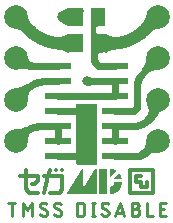
<source format=gbr>
G04 EAGLE Gerber RS-274X export*
G75*
%MOMM*%
%FSLAX34Y34*%
%LPD*%
%INTop Copper*%
%IPPOS*%
%AMOC8*
5,1,8,0,0,1.08239X$1,22.5*%
G01*
%ADD10C,0.279400*%
%ADD11R,1.300000X1.500000*%
%ADD12C,2.000000*%
%ADD13R,2.286000X0.609600*%
%ADD14C,0.609600*%
%ADD15C,0.304800*%
%ADD16C,0.800000*%
%ADD17C,0.800000*%
%ADD18C,1.016000*%
%ADD19C,0.406400*%

G36*
X82526Y49730D02*
X82526Y49730D01*
X82552Y49728D01*
X82699Y49750D01*
X82846Y49767D01*
X82871Y49775D01*
X82897Y49779D01*
X83035Y49834D01*
X83174Y49884D01*
X83196Y49898D01*
X83221Y49908D01*
X83342Y49993D01*
X83467Y50073D01*
X83485Y50092D01*
X83507Y50107D01*
X83606Y50217D01*
X83709Y50324D01*
X83723Y50346D01*
X83740Y50366D01*
X83812Y50496D01*
X83888Y50623D01*
X83896Y50648D01*
X83909Y50671D01*
X83949Y50814D01*
X83994Y50955D01*
X83996Y50981D01*
X84004Y51006D01*
X84023Y51250D01*
X84023Y100080D01*
X84020Y100106D01*
X84022Y100132D01*
X84000Y100279D01*
X83983Y100426D01*
X83975Y100451D01*
X83971Y100477D01*
X83916Y100615D01*
X83866Y100754D01*
X83852Y100776D01*
X83842Y100801D01*
X83757Y100922D01*
X83677Y101047D01*
X83658Y101065D01*
X83643Y101087D01*
X83533Y101186D01*
X83426Y101289D01*
X83404Y101303D01*
X83384Y101320D01*
X83254Y101392D01*
X83127Y101468D01*
X83102Y101476D01*
X83079Y101489D01*
X82936Y101529D01*
X82795Y101574D01*
X82769Y101576D01*
X82744Y101584D01*
X82500Y101603D01*
X67500Y101603D01*
X67474Y101600D01*
X67448Y101602D01*
X67301Y101580D01*
X67154Y101563D01*
X67129Y101555D01*
X67103Y101551D01*
X66965Y101496D01*
X66826Y101446D01*
X66804Y101432D01*
X66779Y101422D01*
X66658Y101337D01*
X66533Y101257D01*
X66515Y101238D01*
X66493Y101223D01*
X66394Y101113D01*
X66291Y101006D01*
X66277Y100984D01*
X66260Y100964D01*
X66188Y100834D01*
X66112Y100707D01*
X66104Y100682D01*
X66091Y100659D01*
X66051Y100516D01*
X66006Y100375D01*
X66004Y100349D01*
X65996Y100324D01*
X65977Y100080D01*
X65977Y51250D01*
X65980Y51224D01*
X65978Y51198D01*
X66000Y51051D01*
X66017Y50904D01*
X66025Y50879D01*
X66029Y50853D01*
X66084Y50715D01*
X66134Y50576D01*
X66148Y50554D01*
X66158Y50529D01*
X66243Y50408D01*
X66323Y50283D01*
X66342Y50265D01*
X66357Y50243D01*
X66467Y50144D01*
X66574Y50041D01*
X66596Y50027D01*
X66616Y50010D01*
X66746Y49938D01*
X66873Y49862D01*
X66898Y49854D01*
X66921Y49841D01*
X67064Y49801D01*
X67205Y49756D01*
X67231Y49754D01*
X67256Y49746D01*
X67500Y49727D01*
X82500Y49727D01*
X82526Y49730D01*
G37*
G36*
X82560Y24842D02*
X82560Y24842D01*
X82580Y24840D01*
X82681Y24862D01*
X82783Y24879D01*
X82800Y24888D01*
X82820Y24892D01*
X82909Y24946D01*
X83000Y24994D01*
X83014Y25008D01*
X83031Y25019D01*
X83098Y25097D01*
X83170Y25172D01*
X83178Y25190D01*
X83191Y25205D01*
X83230Y25302D01*
X83273Y25395D01*
X83275Y25415D01*
X83283Y25434D01*
X83301Y25600D01*
X83301Y45600D01*
X83295Y45641D01*
X83297Y45683D01*
X83275Y45762D01*
X83262Y45843D01*
X83242Y45880D01*
X83231Y45920D01*
X83185Y45988D01*
X83147Y46060D01*
X83116Y46089D01*
X83093Y46124D01*
X83028Y46173D01*
X82968Y46230D01*
X82930Y46247D01*
X82897Y46273D01*
X82820Y46299D01*
X82745Y46333D01*
X82704Y46338D01*
X82664Y46351D01*
X82582Y46352D01*
X82501Y46361D01*
X82460Y46352D01*
X82419Y46352D01*
X82341Y46326D01*
X82260Y46308D01*
X82225Y46287D01*
X82185Y46274D01*
X82120Y46224D01*
X82049Y46182D01*
X82022Y46151D01*
X81989Y46125D01*
X81894Y46001D01*
X81889Y45995D01*
X81889Y45994D01*
X81887Y45992D01*
X72051Y29599D01*
X72051Y45600D01*
X72045Y45641D01*
X72047Y45683D01*
X72025Y45762D01*
X72012Y45843D01*
X71992Y45880D01*
X71981Y45920D01*
X71935Y45988D01*
X71897Y46060D01*
X71866Y46089D01*
X71843Y46124D01*
X71778Y46173D01*
X71718Y46230D01*
X71680Y46247D01*
X71647Y46273D01*
X71570Y46299D01*
X71495Y46333D01*
X71454Y46338D01*
X71414Y46351D01*
X71332Y46352D01*
X71251Y46361D01*
X71210Y46352D01*
X71169Y46352D01*
X71091Y46326D01*
X71010Y46308D01*
X70975Y46287D01*
X70935Y46274D01*
X70870Y46224D01*
X70799Y46182D01*
X70772Y46151D01*
X70739Y46125D01*
X70644Y46001D01*
X70639Y45995D01*
X70639Y45994D01*
X70637Y45992D01*
X58637Y25992D01*
X58600Y25897D01*
X58557Y25805D01*
X58555Y25784D01*
X58547Y25763D01*
X58541Y25662D01*
X58530Y25561D01*
X58535Y25540D01*
X58533Y25518D01*
X58561Y25420D01*
X58582Y25321D01*
X58593Y25302D01*
X58599Y25281D01*
X58656Y25197D01*
X58708Y25109D01*
X58725Y25095D01*
X58737Y25077D01*
X58818Y25016D01*
X58895Y24950D01*
X58916Y24941D01*
X58933Y24928D01*
X59029Y24896D01*
X59123Y24858D01*
X59150Y24855D01*
X59166Y24849D01*
X59198Y24849D01*
X59290Y24839D01*
X82540Y24839D01*
X82560Y24842D01*
G37*
G36*
X91310Y24842D02*
X91310Y24842D01*
X91330Y24840D01*
X91431Y24862D01*
X91533Y24879D01*
X91550Y24888D01*
X91570Y24892D01*
X91659Y24946D01*
X91750Y24994D01*
X91764Y25008D01*
X91781Y25019D01*
X91848Y25097D01*
X91920Y25172D01*
X91928Y25190D01*
X91941Y25205D01*
X91980Y25302D01*
X92023Y25395D01*
X92025Y25415D01*
X92033Y25434D01*
X92051Y25600D01*
X92051Y45600D01*
X92048Y45620D01*
X92050Y45640D01*
X92028Y45741D01*
X92012Y45843D01*
X92002Y45861D01*
X91998Y45880D01*
X91945Y45969D01*
X91897Y46060D01*
X91882Y46074D01*
X91872Y46091D01*
X91793Y46159D01*
X91718Y46230D01*
X91700Y46238D01*
X91685Y46251D01*
X91589Y46290D01*
X91495Y46333D01*
X91475Y46336D01*
X91457Y46343D01*
X91290Y46362D01*
X86290Y46362D01*
X86270Y46358D01*
X86251Y46361D01*
X86149Y46339D01*
X86047Y46322D01*
X86030Y46313D01*
X86010Y46308D01*
X85921Y46255D01*
X85830Y46207D01*
X85816Y46192D01*
X85799Y46182D01*
X85732Y46103D01*
X85661Y46028D01*
X85652Y46010D01*
X85639Y45995D01*
X85601Y45899D01*
X85557Y45805D01*
X85555Y45786D01*
X85547Y45767D01*
X85529Y45600D01*
X85529Y25600D01*
X85532Y25581D01*
X85530Y25561D01*
X85552Y25460D01*
X85569Y25358D01*
X85578Y25340D01*
X85582Y25321D01*
X85635Y25232D01*
X85684Y25140D01*
X85698Y25127D01*
X85708Y25109D01*
X85787Y25042D01*
X85862Y24971D01*
X85880Y24962D01*
X85895Y24950D01*
X85992Y24911D01*
X86085Y24867D01*
X86105Y24865D01*
X86123Y24858D01*
X86290Y24839D01*
X91290Y24839D01*
X91310Y24842D01*
G37*
G36*
X95093Y24843D02*
X95093Y24843D01*
X95115Y24843D01*
X96822Y25011D01*
X96845Y25017D01*
X96968Y25040D01*
X98610Y25538D01*
X98631Y25549D01*
X98747Y25595D01*
X100260Y26404D01*
X100279Y26418D01*
X100384Y26487D01*
X101710Y27575D01*
X101726Y27593D01*
X101816Y27680D01*
X102904Y29006D01*
X102916Y29027D01*
X102987Y29130D01*
X103795Y30643D01*
X103803Y30666D01*
X103853Y30781D01*
X104351Y32422D01*
X104354Y32446D01*
X104380Y32569D01*
X104548Y34276D01*
X104544Y34333D01*
X104550Y34390D01*
X104536Y34455D01*
X104532Y34521D01*
X104510Y34574D01*
X104498Y34630D01*
X104464Y34687D01*
X104439Y34749D01*
X104401Y34792D01*
X104372Y34841D01*
X104321Y34885D01*
X104278Y34935D01*
X104229Y34964D01*
X104185Y35001D01*
X104123Y35026D01*
X104066Y35060D01*
X104010Y35072D01*
X103957Y35093D01*
X103856Y35104D01*
X103825Y35111D01*
X103812Y35109D01*
X103790Y35112D01*
X98790Y35112D01*
X98691Y35095D01*
X98591Y35085D01*
X98570Y35076D01*
X98547Y35072D01*
X98459Y35025D01*
X98367Y34983D01*
X98350Y34968D01*
X98330Y34957D01*
X98261Y34884D01*
X98188Y34816D01*
X98177Y34795D01*
X98161Y34778D01*
X98118Y34687D01*
X98071Y34599D01*
X98064Y34571D01*
X98057Y34555D01*
X98053Y34523D01*
X98034Y34436D01*
X97949Y33686D01*
X97729Y33056D01*
X97373Y32490D01*
X96901Y32017D01*
X96335Y31662D01*
X95704Y31441D01*
X94955Y31357D01*
X94858Y31330D01*
X94760Y31308D01*
X94740Y31296D01*
X94718Y31290D01*
X94635Y31234D01*
X94549Y31182D01*
X94534Y31165D01*
X94515Y31151D01*
X94454Y31071D01*
X94389Y30995D01*
X94381Y30974D01*
X94367Y30955D01*
X94335Y30860D01*
X94297Y30767D01*
X94294Y30738D01*
X94289Y30722D01*
X94289Y30689D01*
X94279Y30600D01*
X94279Y25600D01*
X94288Y25544D01*
X94287Y25487D01*
X94308Y25423D01*
X94319Y25358D01*
X94345Y25307D01*
X94363Y25253D01*
X94403Y25199D01*
X94434Y25140D01*
X94475Y25101D01*
X94509Y25055D01*
X94564Y25017D01*
X94612Y24971D01*
X94664Y24947D01*
X94711Y24914D01*
X94775Y24895D01*
X94835Y24867D01*
X94892Y24861D01*
X94947Y24845D01*
X95049Y24844D01*
X95080Y24840D01*
X95093Y24843D01*
G37*
G36*
X95156Y39869D02*
X95156Y39869D01*
X95233Y39876D01*
X95275Y39895D01*
X95320Y39905D01*
X95387Y39945D01*
X95458Y39976D01*
X95505Y40015D01*
X95531Y40031D01*
X95549Y40051D01*
X95587Y40083D01*
X99340Y43961D01*
X99347Y43972D01*
X99357Y43980D01*
X99417Y44073D01*
X99480Y44163D01*
X99483Y44176D01*
X99491Y44187D01*
X99518Y44294D01*
X99548Y44399D01*
X99548Y44413D01*
X99551Y44425D01*
X99543Y44535D01*
X99538Y44645D01*
X99533Y44657D01*
X99532Y44671D01*
X99489Y44772D01*
X99450Y44875D01*
X99441Y44885D01*
X99436Y44897D01*
X99363Y44979D01*
X99293Y45064D01*
X99282Y45071D01*
X99273Y45081D01*
X99132Y45172D01*
X97952Y45759D01*
X97922Y45769D01*
X97829Y45808D01*
X96565Y46182D01*
X96534Y46186D01*
X96435Y46208D01*
X95126Y46357D01*
X95063Y46354D01*
X95001Y46361D01*
X94941Y46348D01*
X94880Y46345D01*
X94822Y46322D01*
X94760Y46308D01*
X94708Y46277D01*
X94651Y46255D01*
X94603Y46214D01*
X94549Y46182D01*
X94510Y46136D01*
X94463Y46097D01*
X94430Y46043D01*
X94389Y45995D01*
X94367Y45939D01*
X94335Y45887D01*
X94321Y45826D01*
X94297Y45767D01*
X94288Y45679D01*
X94280Y45647D01*
X94282Y45629D01*
X94279Y45600D01*
X94279Y40613D01*
X94291Y40536D01*
X94295Y40458D01*
X94311Y40415D01*
X94319Y40370D01*
X94355Y40301D01*
X94383Y40228D01*
X94412Y40193D01*
X94434Y40152D01*
X94490Y40099D01*
X94540Y40039D01*
X94579Y40015D01*
X94612Y39983D01*
X94683Y39950D01*
X94749Y39909D01*
X94794Y39899D01*
X94835Y39879D01*
X94913Y39871D01*
X94988Y39853D01*
X95034Y39857D01*
X95080Y39852D01*
X95156Y39869D01*
G37*
G36*
X103775Y37570D02*
X103775Y37570D01*
X103877Y37581D01*
X103896Y37589D01*
X103915Y37593D01*
X104007Y37641D01*
X104101Y37685D01*
X104115Y37698D01*
X104133Y37708D01*
X104204Y37783D01*
X104279Y37854D01*
X104288Y37872D01*
X104302Y37886D01*
X104346Y37980D01*
X104394Y38071D01*
X104397Y38091D01*
X104406Y38109D01*
X104417Y38212D01*
X104434Y38314D01*
X104431Y38338D01*
X104433Y38354D01*
X104426Y38385D01*
X104415Y38481D01*
X104154Y39647D01*
X104142Y39676D01*
X104113Y39773D01*
X103653Y40876D01*
X103637Y40902D01*
X103592Y40993D01*
X102947Y41999D01*
X102890Y42063D01*
X102839Y42133D01*
X102808Y42154D01*
X102783Y42182D01*
X102708Y42225D01*
X102638Y42274D01*
X102601Y42285D01*
X102568Y42303D01*
X102484Y42319D01*
X102402Y42344D01*
X102364Y42343D01*
X102327Y42350D01*
X102242Y42338D01*
X102156Y42335D01*
X102120Y42322D01*
X102083Y42317D01*
X102006Y42279D01*
X101926Y42248D01*
X101886Y42219D01*
X101863Y42208D01*
X101841Y42186D01*
X101791Y42149D01*
X98232Y38874D01*
X98178Y38806D01*
X98118Y38742D01*
X98102Y38709D01*
X98080Y38681D01*
X98051Y38598D01*
X98014Y38519D01*
X98010Y38483D01*
X97998Y38449D01*
X97996Y38361D01*
X97987Y38275D01*
X97995Y38239D01*
X97994Y38203D01*
X98021Y38120D01*
X98039Y38034D01*
X98058Y38003D01*
X98069Y37969D01*
X98121Y37898D01*
X98165Y37823D01*
X98193Y37800D01*
X98214Y37770D01*
X98286Y37720D01*
X98352Y37663D01*
X98386Y37650D01*
X98416Y37629D01*
X98499Y37604D01*
X98580Y37571D01*
X98627Y37566D01*
X98651Y37559D01*
X98683Y37560D01*
X98747Y37553D01*
X103672Y37553D01*
X103775Y37570D01*
G37*
D10*
X11392Y6397D02*
X11392Y17827D01*
X8217Y17827D02*
X14567Y17827D01*
X20810Y17827D02*
X20810Y6397D01*
X24620Y11477D02*
X20810Y17827D01*
X24620Y11477D02*
X28430Y17827D01*
X28430Y6397D01*
X38910Y6397D02*
X39010Y6399D01*
X39109Y6405D01*
X39209Y6415D01*
X39307Y6428D01*
X39406Y6446D01*
X39503Y6467D01*
X39599Y6492D01*
X39695Y6521D01*
X39789Y6554D01*
X39882Y6590D01*
X39973Y6630D01*
X40063Y6674D01*
X40151Y6721D01*
X40237Y6771D01*
X40321Y6825D01*
X40403Y6882D01*
X40482Y6942D01*
X40560Y7006D01*
X40634Y7072D01*
X40706Y7141D01*
X40775Y7213D01*
X40841Y7287D01*
X40905Y7365D01*
X40965Y7444D01*
X41022Y7526D01*
X41076Y7610D01*
X41126Y7696D01*
X41173Y7784D01*
X41217Y7874D01*
X41257Y7965D01*
X41293Y8058D01*
X41326Y8152D01*
X41355Y8248D01*
X41380Y8344D01*
X41401Y8441D01*
X41419Y8540D01*
X41432Y8638D01*
X41442Y8738D01*
X41448Y8837D01*
X41450Y8937D01*
X38910Y6397D02*
X38769Y6399D01*
X38628Y6404D01*
X38487Y6414D01*
X38346Y6427D01*
X38206Y6443D01*
X38066Y6464D01*
X37927Y6488D01*
X37788Y6516D01*
X37651Y6547D01*
X37514Y6582D01*
X37378Y6620D01*
X37243Y6662D01*
X37110Y6708D01*
X36977Y6757D01*
X36846Y6810D01*
X36717Y6866D01*
X36588Y6925D01*
X36462Y6988D01*
X36337Y7054D01*
X36214Y7123D01*
X36093Y7196D01*
X35974Y7272D01*
X35856Y7351D01*
X35741Y7432D01*
X35629Y7517D01*
X35518Y7605D01*
X35410Y7696D01*
X35304Y7789D01*
X35201Y7886D01*
X35100Y7985D01*
X35418Y15287D02*
X35420Y15387D01*
X35426Y15486D01*
X35436Y15586D01*
X35449Y15684D01*
X35467Y15783D01*
X35488Y15880D01*
X35513Y15976D01*
X35542Y16072D01*
X35575Y16166D01*
X35611Y16259D01*
X35651Y16350D01*
X35695Y16440D01*
X35742Y16528D01*
X35792Y16614D01*
X35846Y16698D01*
X35903Y16780D01*
X35963Y16859D01*
X36027Y16937D01*
X36093Y17011D01*
X36162Y17083D01*
X36234Y17152D01*
X36308Y17218D01*
X36386Y17282D01*
X36465Y17342D01*
X36547Y17399D01*
X36631Y17453D01*
X36717Y17503D01*
X36805Y17550D01*
X36895Y17594D01*
X36986Y17634D01*
X37079Y17670D01*
X37173Y17703D01*
X37269Y17732D01*
X37365Y17757D01*
X37462Y17778D01*
X37561Y17796D01*
X37659Y17809D01*
X37759Y17819D01*
X37858Y17825D01*
X37958Y17827D01*
X37958Y17828D02*
X38091Y17826D01*
X38224Y17821D01*
X38357Y17811D01*
X38490Y17798D01*
X38622Y17781D01*
X38754Y17761D01*
X38885Y17737D01*
X39015Y17709D01*
X39145Y17678D01*
X39273Y17643D01*
X39401Y17604D01*
X39527Y17562D01*
X39652Y17516D01*
X39776Y17467D01*
X39899Y17415D01*
X40020Y17359D01*
X40139Y17299D01*
X40257Y17237D01*
X40372Y17171D01*
X40486Y17102D01*
X40598Y17029D01*
X40708Y16954D01*
X40816Y16875D01*
X36687Y13064D02*
X36603Y13116D01*
X36520Y13171D01*
X36440Y13230D01*
X36362Y13291D01*
X36287Y13355D01*
X36214Y13423D01*
X36143Y13493D01*
X36076Y13565D01*
X36011Y13640D01*
X35949Y13718D01*
X35890Y13798D01*
X35834Y13880D01*
X35782Y13964D01*
X35733Y14050D01*
X35687Y14138D01*
X35644Y14228D01*
X35605Y14319D01*
X35570Y14412D01*
X35538Y14506D01*
X35510Y14601D01*
X35485Y14697D01*
X35465Y14794D01*
X35447Y14892D01*
X35434Y14990D01*
X35425Y15089D01*
X35419Y15188D01*
X35417Y15287D01*
X40181Y11160D02*
X40265Y11108D01*
X40348Y11053D01*
X40428Y10994D01*
X40506Y10933D01*
X40581Y10869D01*
X40654Y10801D01*
X40725Y10731D01*
X40792Y10659D01*
X40857Y10584D01*
X40919Y10506D01*
X40978Y10426D01*
X41034Y10344D01*
X41086Y10260D01*
X41135Y10174D01*
X41181Y10086D01*
X41224Y9996D01*
X41263Y9905D01*
X41298Y9812D01*
X41330Y9718D01*
X41358Y9623D01*
X41383Y9527D01*
X41403Y9430D01*
X41421Y9332D01*
X41434Y9234D01*
X41443Y9135D01*
X41449Y9036D01*
X41451Y8937D01*
X40180Y11160D02*
X36688Y13065D01*
X50858Y6397D02*
X50958Y6399D01*
X51057Y6405D01*
X51157Y6415D01*
X51255Y6428D01*
X51354Y6446D01*
X51451Y6467D01*
X51547Y6492D01*
X51643Y6521D01*
X51737Y6554D01*
X51830Y6590D01*
X51921Y6630D01*
X52011Y6674D01*
X52099Y6721D01*
X52185Y6771D01*
X52269Y6825D01*
X52351Y6882D01*
X52430Y6942D01*
X52508Y7006D01*
X52582Y7072D01*
X52654Y7141D01*
X52723Y7213D01*
X52789Y7287D01*
X52853Y7365D01*
X52913Y7444D01*
X52970Y7526D01*
X53024Y7610D01*
X53074Y7696D01*
X53121Y7784D01*
X53165Y7874D01*
X53205Y7965D01*
X53241Y8058D01*
X53274Y8152D01*
X53303Y8248D01*
X53328Y8344D01*
X53349Y8441D01*
X53367Y8540D01*
X53380Y8638D01*
X53390Y8738D01*
X53396Y8837D01*
X53398Y8937D01*
X50858Y6397D02*
X50717Y6399D01*
X50576Y6404D01*
X50435Y6414D01*
X50294Y6427D01*
X50154Y6443D01*
X50014Y6464D01*
X49875Y6488D01*
X49736Y6516D01*
X49599Y6547D01*
X49462Y6582D01*
X49326Y6620D01*
X49191Y6662D01*
X49058Y6708D01*
X48925Y6757D01*
X48794Y6810D01*
X48665Y6866D01*
X48536Y6925D01*
X48410Y6988D01*
X48285Y7054D01*
X48162Y7123D01*
X48041Y7196D01*
X47922Y7272D01*
X47804Y7351D01*
X47689Y7432D01*
X47577Y7517D01*
X47466Y7605D01*
X47358Y7696D01*
X47252Y7789D01*
X47149Y7886D01*
X47048Y7985D01*
X47366Y15287D02*
X47368Y15387D01*
X47374Y15486D01*
X47384Y15586D01*
X47397Y15684D01*
X47415Y15783D01*
X47436Y15880D01*
X47461Y15976D01*
X47490Y16072D01*
X47523Y16166D01*
X47559Y16259D01*
X47599Y16350D01*
X47643Y16440D01*
X47690Y16528D01*
X47740Y16614D01*
X47794Y16698D01*
X47851Y16780D01*
X47911Y16859D01*
X47975Y16937D01*
X48041Y17011D01*
X48110Y17083D01*
X48182Y17152D01*
X48256Y17218D01*
X48334Y17282D01*
X48413Y17342D01*
X48495Y17399D01*
X48579Y17453D01*
X48665Y17503D01*
X48753Y17550D01*
X48843Y17594D01*
X48934Y17634D01*
X49027Y17670D01*
X49121Y17703D01*
X49217Y17732D01*
X49313Y17757D01*
X49410Y17778D01*
X49509Y17796D01*
X49607Y17809D01*
X49707Y17819D01*
X49806Y17825D01*
X49906Y17827D01*
X49906Y17828D02*
X50039Y17826D01*
X50172Y17821D01*
X50305Y17811D01*
X50438Y17798D01*
X50570Y17781D01*
X50702Y17761D01*
X50833Y17737D01*
X50963Y17709D01*
X51093Y17678D01*
X51221Y17643D01*
X51349Y17604D01*
X51475Y17562D01*
X51600Y17516D01*
X51724Y17467D01*
X51847Y17415D01*
X51968Y17359D01*
X52087Y17299D01*
X52205Y17237D01*
X52320Y17171D01*
X52434Y17102D01*
X52546Y17029D01*
X52656Y16954D01*
X52764Y16875D01*
X48636Y13064D02*
X48552Y13116D01*
X48469Y13171D01*
X48389Y13230D01*
X48311Y13291D01*
X48236Y13355D01*
X48163Y13423D01*
X48092Y13493D01*
X48025Y13565D01*
X47960Y13640D01*
X47898Y13718D01*
X47839Y13798D01*
X47783Y13880D01*
X47731Y13964D01*
X47682Y14050D01*
X47636Y14138D01*
X47593Y14228D01*
X47554Y14319D01*
X47519Y14412D01*
X47487Y14506D01*
X47459Y14601D01*
X47434Y14697D01*
X47414Y14794D01*
X47396Y14892D01*
X47383Y14990D01*
X47374Y15089D01*
X47368Y15188D01*
X47366Y15287D01*
X52129Y11160D02*
X52213Y11108D01*
X52296Y11053D01*
X52376Y10994D01*
X52454Y10933D01*
X52529Y10869D01*
X52602Y10801D01*
X52673Y10731D01*
X52740Y10659D01*
X52805Y10584D01*
X52867Y10506D01*
X52926Y10426D01*
X52982Y10344D01*
X53034Y10260D01*
X53083Y10174D01*
X53129Y10086D01*
X53172Y9996D01*
X53211Y9905D01*
X53246Y9812D01*
X53278Y9718D01*
X53306Y9623D01*
X53331Y9527D01*
X53351Y9430D01*
X53369Y9332D01*
X53382Y9234D01*
X53391Y9135D01*
X53397Y9036D01*
X53399Y8937D01*
X52128Y11160D02*
X48636Y13065D01*
X66677Y17827D02*
X66677Y6397D01*
X66677Y17827D02*
X69852Y17827D01*
X69963Y17825D01*
X70073Y17819D01*
X70184Y17810D01*
X70294Y17796D01*
X70403Y17779D01*
X70512Y17758D01*
X70620Y17733D01*
X70727Y17704D01*
X70833Y17672D01*
X70938Y17636D01*
X71041Y17596D01*
X71143Y17553D01*
X71244Y17506D01*
X71343Y17455D01*
X71440Y17402D01*
X71534Y17345D01*
X71627Y17284D01*
X71718Y17221D01*
X71807Y17154D01*
X71893Y17084D01*
X71976Y17011D01*
X72058Y16936D01*
X72136Y16858D01*
X72211Y16776D01*
X72284Y16693D01*
X72354Y16607D01*
X72421Y16518D01*
X72484Y16427D01*
X72545Y16334D01*
X72602Y16240D01*
X72655Y16143D01*
X72706Y16044D01*
X72753Y15943D01*
X72796Y15841D01*
X72836Y15738D01*
X72872Y15633D01*
X72904Y15527D01*
X72933Y15420D01*
X72958Y15312D01*
X72979Y15203D01*
X72996Y15094D01*
X73010Y14984D01*
X73019Y14873D01*
X73025Y14763D01*
X73027Y14652D01*
X73027Y9572D01*
X73025Y9461D01*
X73019Y9351D01*
X73010Y9240D01*
X72996Y9130D01*
X72979Y9021D01*
X72958Y8912D01*
X72933Y8804D01*
X72904Y8697D01*
X72872Y8591D01*
X72836Y8486D01*
X72796Y8383D01*
X72753Y8281D01*
X72706Y8180D01*
X72655Y8081D01*
X72602Y7984D01*
X72545Y7890D01*
X72484Y7797D01*
X72421Y7706D01*
X72354Y7617D01*
X72284Y7531D01*
X72211Y7448D01*
X72136Y7366D01*
X72058Y7288D01*
X71976Y7213D01*
X71893Y7140D01*
X71807Y7070D01*
X71718Y7003D01*
X71627Y6940D01*
X71534Y6879D01*
X71439Y6822D01*
X71343Y6769D01*
X71244Y6718D01*
X71143Y6671D01*
X71041Y6628D01*
X70938Y6588D01*
X70833Y6552D01*
X70727Y6520D01*
X70620Y6491D01*
X70512Y6466D01*
X70403Y6445D01*
X70294Y6428D01*
X70184Y6414D01*
X70073Y6405D01*
X69963Y6399D01*
X69852Y6397D01*
X66677Y6397D01*
X80520Y6397D02*
X80520Y17827D01*
X79250Y6397D02*
X81790Y6397D01*
X81790Y17827D02*
X79250Y17827D01*
X90970Y6397D02*
X91070Y6399D01*
X91169Y6405D01*
X91269Y6415D01*
X91367Y6428D01*
X91466Y6446D01*
X91563Y6467D01*
X91659Y6492D01*
X91755Y6521D01*
X91849Y6554D01*
X91942Y6590D01*
X92033Y6630D01*
X92123Y6674D01*
X92211Y6721D01*
X92297Y6771D01*
X92381Y6825D01*
X92463Y6882D01*
X92542Y6942D01*
X92620Y7006D01*
X92694Y7072D01*
X92766Y7141D01*
X92835Y7213D01*
X92901Y7287D01*
X92965Y7365D01*
X93025Y7444D01*
X93082Y7526D01*
X93136Y7610D01*
X93186Y7696D01*
X93233Y7784D01*
X93277Y7874D01*
X93317Y7965D01*
X93353Y8058D01*
X93386Y8152D01*
X93415Y8248D01*
X93440Y8344D01*
X93461Y8441D01*
X93479Y8540D01*
X93492Y8638D01*
X93502Y8738D01*
X93508Y8837D01*
X93510Y8937D01*
X90970Y6397D02*
X90829Y6399D01*
X90688Y6404D01*
X90547Y6414D01*
X90406Y6427D01*
X90266Y6443D01*
X90126Y6464D01*
X89987Y6488D01*
X89848Y6516D01*
X89711Y6547D01*
X89574Y6582D01*
X89438Y6620D01*
X89303Y6662D01*
X89170Y6708D01*
X89037Y6757D01*
X88906Y6810D01*
X88777Y6866D01*
X88648Y6925D01*
X88522Y6988D01*
X88397Y7054D01*
X88274Y7123D01*
X88153Y7196D01*
X88034Y7272D01*
X87916Y7351D01*
X87801Y7432D01*
X87689Y7517D01*
X87578Y7605D01*
X87470Y7696D01*
X87364Y7789D01*
X87261Y7886D01*
X87160Y7985D01*
X87477Y15287D02*
X87479Y15387D01*
X87485Y15486D01*
X87495Y15586D01*
X87508Y15684D01*
X87526Y15783D01*
X87547Y15880D01*
X87572Y15976D01*
X87601Y16072D01*
X87634Y16166D01*
X87670Y16259D01*
X87710Y16350D01*
X87754Y16440D01*
X87801Y16528D01*
X87851Y16614D01*
X87905Y16698D01*
X87962Y16780D01*
X88022Y16859D01*
X88086Y16937D01*
X88152Y17011D01*
X88221Y17083D01*
X88293Y17152D01*
X88367Y17218D01*
X88445Y17282D01*
X88524Y17342D01*
X88606Y17399D01*
X88690Y17453D01*
X88776Y17503D01*
X88864Y17550D01*
X88954Y17594D01*
X89045Y17634D01*
X89138Y17670D01*
X89232Y17703D01*
X89328Y17732D01*
X89424Y17757D01*
X89521Y17778D01*
X89620Y17796D01*
X89718Y17809D01*
X89818Y17819D01*
X89917Y17825D01*
X90017Y17827D01*
X90017Y17828D02*
X90150Y17826D01*
X90283Y17821D01*
X90416Y17811D01*
X90549Y17798D01*
X90681Y17781D01*
X90813Y17761D01*
X90944Y17737D01*
X91074Y17709D01*
X91204Y17678D01*
X91332Y17643D01*
X91460Y17604D01*
X91586Y17562D01*
X91711Y17516D01*
X91835Y17467D01*
X91958Y17415D01*
X92079Y17359D01*
X92198Y17299D01*
X92316Y17237D01*
X92431Y17171D01*
X92545Y17102D01*
X92657Y17029D01*
X92767Y16954D01*
X92875Y16875D01*
X88747Y13064D02*
X88663Y13116D01*
X88580Y13171D01*
X88500Y13230D01*
X88422Y13291D01*
X88347Y13355D01*
X88274Y13423D01*
X88203Y13493D01*
X88136Y13565D01*
X88071Y13640D01*
X88009Y13718D01*
X87950Y13798D01*
X87894Y13880D01*
X87842Y13964D01*
X87793Y14050D01*
X87747Y14138D01*
X87704Y14228D01*
X87665Y14319D01*
X87630Y14412D01*
X87598Y14506D01*
X87570Y14601D01*
X87545Y14697D01*
X87525Y14794D01*
X87507Y14892D01*
X87494Y14990D01*
X87485Y15089D01*
X87479Y15188D01*
X87477Y15287D01*
X92240Y11160D02*
X92324Y11108D01*
X92407Y11053D01*
X92487Y10994D01*
X92565Y10933D01*
X92640Y10869D01*
X92713Y10801D01*
X92784Y10731D01*
X92851Y10659D01*
X92916Y10584D01*
X92978Y10506D01*
X93037Y10426D01*
X93093Y10344D01*
X93145Y10260D01*
X93194Y10174D01*
X93240Y10086D01*
X93283Y9996D01*
X93322Y9905D01*
X93357Y9812D01*
X93389Y9718D01*
X93417Y9623D01*
X93442Y9527D01*
X93462Y9430D01*
X93480Y9332D01*
X93493Y9234D01*
X93502Y9135D01*
X93508Y9036D01*
X93510Y8937D01*
X92240Y11160D02*
X88747Y13065D01*
X98900Y6397D02*
X102710Y17827D01*
X106520Y6397D01*
X105567Y9255D02*
X99852Y9255D01*
X113091Y12747D02*
X116266Y12747D01*
X116377Y12745D01*
X116487Y12739D01*
X116598Y12730D01*
X116708Y12716D01*
X116817Y12699D01*
X116926Y12678D01*
X117034Y12653D01*
X117141Y12624D01*
X117247Y12592D01*
X117352Y12556D01*
X117455Y12516D01*
X117557Y12473D01*
X117658Y12426D01*
X117757Y12375D01*
X117854Y12322D01*
X117948Y12265D01*
X118041Y12204D01*
X118132Y12141D01*
X118221Y12074D01*
X118307Y12004D01*
X118390Y11931D01*
X118472Y11856D01*
X118550Y11778D01*
X118625Y11696D01*
X118698Y11613D01*
X118768Y11527D01*
X118835Y11438D01*
X118898Y11347D01*
X118959Y11254D01*
X119016Y11159D01*
X119069Y11063D01*
X119120Y10964D01*
X119167Y10863D01*
X119210Y10761D01*
X119250Y10658D01*
X119286Y10553D01*
X119318Y10447D01*
X119347Y10340D01*
X119372Y10232D01*
X119393Y10123D01*
X119410Y10014D01*
X119424Y9904D01*
X119433Y9793D01*
X119439Y9683D01*
X119441Y9572D01*
X119439Y9461D01*
X119433Y9351D01*
X119424Y9240D01*
X119410Y9130D01*
X119393Y9021D01*
X119372Y8912D01*
X119347Y8804D01*
X119318Y8697D01*
X119286Y8591D01*
X119250Y8486D01*
X119210Y8383D01*
X119167Y8281D01*
X119120Y8180D01*
X119069Y8081D01*
X119016Y7984D01*
X118959Y7890D01*
X118898Y7797D01*
X118835Y7706D01*
X118768Y7617D01*
X118698Y7531D01*
X118625Y7448D01*
X118550Y7366D01*
X118472Y7288D01*
X118390Y7213D01*
X118307Y7140D01*
X118221Y7070D01*
X118132Y7003D01*
X118041Y6940D01*
X117948Y6879D01*
X117853Y6822D01*
X117757Y6769D01*
X117658Y6718D01*
X117557Y6671D01*
X117455Y6628D01*
X117352Y6588D01*
X117247Y6552D01*
X117141Y6520D01*
X117034Y6491D01*
X116926Y6466D01*
X116817Y6445D01*
X116708Y6428D01*
X116598Y6414D01*
X116487Y6405D01*
X116377Y6399D01*
X116266Y6397D01*
X113091Y6397D01*
X113091Y17827D01*
X116266Y17827D01*
X116366Y17825D01*
X116465Y17819D01*
X116565Y17809D01*
X116663Y17796D01*
X116762Y17778D01*
X116859Y17757D01*
X116955Y17732D01*
X117051Y17703D01*
X117145Y17670D01*
X117238Y17634D01*
X117329Y17594D01*
X117419Y17550D01*
X117507Y17503D01*
X117593Y17453D01*
X117677Y17399D01*
X117759Y17342D01*
X117838Y17282D01*
X117916Y17218D01*
X117990Y17152D01*
X118062Y17083D01*
X118131Y17011D01*
X118197Y16937D01*
X118261Y16859D01*
X118321Y16780D01*
X118378Y16698D01*
X118432Y16614D01*
X118482Y16528D01*
X118529Y16440D01*
X118573Y16350D01*
X118613Y16259D01*
X118649Y16166D01*
X118682Y16072D01*
X118711Y15976D01*
X118736Y15880D01*
X118757Y15783D01*
X118775Y15684D01*
X118788Y15586D01*
X118798Y15486D01*
X118804Y15387D01*
X118806Y15287D01*
X118804Y15187D01*
X118798Y15088D01*
X118788Y14988D01*
X118775Y14890D01*
X118757Y14791D01*
X118736Y14694D01*
X118711Y14598D01*
X118682Y14502D01*
X118649Y14408D01*
X118613Y14315D01*
X118573Y14224D01*
X118529Y14134D01*
X118482Y14046D01*
X118432Y13960D01*
X118378Y13876D01*
X118321Y13794D01*
X118261Y13715D01*
X118197Y13637D01*
X118131Y13563D01*
X118062Y13491D01*
X117990Y13422D01*
X117916Y13356D01*
X117838Y13292D01*
X117759Y13232D01*
X117677Y13175D01*
X117593Y13121D01*
X117507Y13071D01*
X117419Y13024D01*
X117329Y12980D01*
X117238Y12940D01*
X117145Y12904D01*
X117051Y12871D01*
X116955Y12842D01*
X116859Y12817D01*
X116762Y12796D01*
X116663Y12778D01*
X116565Y12765D01*
X116465Y12755D01*
X116366Y12749D01*
X116266Y12747D01*
X125608Y17827D02*
X125608Y6397D01*
X130688Y6397D01*
X136703Y6397D02*
X141783Y6397D01*
X136703Y6397D02*
X136703Y17827D01*
X141783Y17827D01*
X140513Y12747D02*
X136703Y12747D01*
D11*
X65500Y152500D03*
X84500Y152500D03*
D12*
X15000Y140000D03*
X15000Y105000D03*
X15000Y70000D03*
X15000Y175000D03*
X135000Y140000D03*
X135000Y105000D03*
X135000Y70000D03*
X135000Y175000D03*
D11*
X65500Y175000D03*
X84500Y175000D03*
D13*
X50870Y133100D03*
X50870Y120400D03*
X50870Y107700D03*
X50870Y95000D03*
X50870Y82300D03*
X50870Y69600D03*
X50870Y56900D03*
X99130Y56900D03*
X99130Y69600D03*
X99130Y82300D03*
X99130Y95000D03*
X99130Y107700D03*
X99130Y120400D03*
X99130Y133100D03*
D14*
X31658Y133100D02*
X31097Y133107D01*
X30537Y133127D01*
X29977Y133160D01*
X29419Y133207D01*
X28861Y133267D01*
X28305Y133340D01*
X27751Y133426D01*
X27200Y133526D01*
X26650Y133638D01*
X26104Y133764D01*
X25561Y133903D01*
X25021Y134054D01*
X24485Y134219D01*
X23953Y134396D01*
X23425Y134585D01*
X22902Y134788D01*
X22384Y135002D01*
X21872Y135229D01*
X21364Y135468D01*
X20863Y135719D01*
X20368Y135982D01*
X19879Y136256D01*
X19397Y136542D01*
X18922Y136840D01*
X18454Y137148D01*
X17993Y137468D01*
X17540Y137799D01*
X17095Y138140D01*
X16659Y138492D01*
X16231Y138854D01*
X15811Y139226D01*
X15401Y139608D01*
X15000Y140000D01*
X31658Y133100D02*
X50870Y133100D01*
X24268Y114268D02*
X15000Y105000D01*
X24268Y114268D02*
X24636Y114627D01*
X25012Y114977D01*
X25397Y115317D01*
X25790Y115648D01*
X26192Y115969D01*
X26600Y116280D01*
X27017Y116581D01*
X27441Y116872D01*
X27871Y117152D01*
X28309Y117421D01*
X28753Y117680D01*
X29203Y117928D01*
X29659Y118165D01*
X30121Y118390D01*
X30588Y118604D01*
X31060Y118806D01*
X31537Y118997D01*
X32019Y119176D01*
X32505Y119343D01*
X32995Y119499D01*
X33488Y119642D01*
X33985Y119773D01*
X34485Y119891D01*
X34988Y119998D01*
X35493Y120092D01*
X36000Y120173D01*
X36509Y120243D01*
X37020Y120299D01*
X37532Y120343D01*
X38045Y120375D01*
X38558Y120394D01*
X39072Y120400D01*
X50870Y120400D01*
D15*
X65500Y175000D02*
X70500Y180000D01*
X70500Y107700D02*
X50870Y107700D01*
D14*
X99130Y107700D01*
X99130Y120400D01*
D15*
X65500Y175000D02*
X65500Y180500D01*
D16*
X65500Y175000D02*
X53750Y175000D01*
D17*
X53750Y175000D03*
X75000Y120400D03*
D14*
X99130Y120400D01*
X81000Y120400D02*
X75151Y121340D01*
X75000Y120400D01*
X75151Y119460D02*
X81000Y120400D01*
X75151Y119460D02*
X75000Y120400D01*
X50870Y82300D02*
X35000Y82300D01*
X34544Y82294D01*
X34088Y82278D01*
X33633Y82250D01*
X33178Y82210D01*
X32725Y82160D01*
X32272Y82099D01*
X31822Y82026D01*
X31373Y81943D01*
X30927Y81848D01*
X30483Y81743D01*
X30042Y81627D01*
X29604Y81500D01*
X29169Y81362D01*
X28738Y81213D01*
X28310Y81054D01*
X27886Y80885D01*
X27467Y80705D01*
X27052Y80515D01*
X26642Y80315D01*
X26237Y80105D01*
X25838Y79885D01*
X25443Y79655D01*
X25055Y79416D01*
X24673Y79167D01*
X24296Y78909D01*
X23927Y78642D01*
X23563Y78366D01*
X23207Y78080D01*
X22858Y77787D01*
X22516Y77485D01*
X22182Y77174D01*
X21856Y76855D01*
X21855Y76855D02*
X15000Y70000D01*
X50870Y69600D02*
X50870Y82300D01*
X126779Y61779D02*
X135000Y70000D01*
X126779Y61779D02*
X126486Y61493D01*
X126187Y61215D01*
X125881Y60944D01*
X125568Y60681D01*
X125249Y60426D01*
X124923Y60178D01*
X124592Y59939D01*
X124255Y59707D01*
X123912Y59484D01*
X123564Y59270D01*
X123211Y59064D01*
X122853Y58867D01*
X122490Y58679D01*
X122122Y58499D01*
X121751Y58329D01*
X121375Y58168D01*
X120995Y58016D01*
X120612Y57874D01*
X120225Y57741D01*
X119836Y57617D01*
X119443Y57503D01*
X119048Y57399D01*
X118650Y57305D01*
X118250Y57220D01*
X117848Y57145D01*
X117444Y57080D01*
X117039Y57025D01*
X116633Y56980D01*
X116225Y56945D01*
X115817Y56920D01*
X115409Y56905D01*
X115000Y56900D01*
X99130Y56900D01*
X99130Y69600D02*
X99130Y82300D01*
X112300Y82300D02*
X112849Y82307D01*
X113397Y82327D01*
X113944Y82360D01*
X114491Y82406D01*
X115036Y82466D01*
X115580Y82538D01*
X116122Y82624D01*
X116661Y82723D01*
X117198Y82835D01*
X117732Y82960D01*
X118263Y83097D01*
X118791Y83248D01*
X119315Y83411D01*
X119834Y83587D01*
X120350Y83775D01*
X120860Y83976D01*
X121366Y84189D01*
X121866Y84414D01*
X122360Y84651D01*
X122849Y84900D01*
X123332Y85161D01*
X123808Y85433D01*
X124277Y85717D01*
X124740Y86012D01*
X125195Y86318D01*
X125643Y86635D01*
X126083Y86963D01*
X126514Y87301D01*
X126938Y87650D01*
X127353Y88009D01*
X127759Y88378D01*
X128156Y88756D01*
X128544Y89144D01*
X128922Y89541D01*
X129291Y89947D01*
X129650Y90362D01*
X129999Y90786D01*
X130337Y91217D01*
X130665Y91657D01*
X130982Y92105D01*
X131288Y92560D01*
X131583Y93023D01*
X131867Y93492D01*
X132139Y93968D01*
X132400Y94451D01*
X132649Y94940D01*
X132886Y95434D01*
X133111Y95934D01*
X133324Y96440D01*
X133525Y96950D01*
X133713Y97466D01*
X133889Y97985D01*
X134052Y98509D01*
X134203Y99037D01*
X134340Y99568D01*
X134465Y100102D01*
X134577Y100639D01*
X134676Y101178D01*
X134762Y101720D01*
X134834Y102264D01*
X134894Y102809D01*
X134940Y103356D01*
X134973Y103903D01*
X134993Y104451D01*
X135000Y105000D01*
X112300Y82300D02*
X99130Y82300D01*
X117500Y99893D02*
X117500Y116250D01*
X117500Y99893D02*
X117498Y99756D01*
X117492Y99619D01*
X117483Y99482D01*
X117469Y99345D01*
X117452Y99209D01*
X117431Y99073D01*
X117406Y98938D01*
X117377Y98804D01*
X117345Y98671D01*
X117309Y98538D01*
X117269Y98407D01*
X117225Y98277D01*
X117178Y98148D01*
X117128Y98021D01*
X117073Y97894D01*
X117015Y97770D01*
X116954Y97647D01*
X116889Y97526D01*
X116821Y97407D01*
X116750Y97290D01*
X116675Y97175D01*
X116598Y97062D01*
X116517Y96951D01*
X116433Y96842D01*
X116345Y96736D01*
X116255Y96633D01*
X116163Y96532D01*
X116067Y96433D01*
X115968Y96337D01*
X115867Y96245D01*
X115764Y96155D01*
X115658Y96067D01*
X115549Y95983D01*
X115438Y95902D01*
X115325Y95825D01*
X115210Y95750D01*
X115093Y95679D01*
X114974Y95611D01*
X114853Y95546D01*
X114730Y95485D01*
X114606Y95427D01*
X114479Y95372D01*
X114352Y95322D01*
X114223Y95275D01*
X114093Y95231D01*
X113962Y95191D01*
X113829Y95155D01*
X113696Y95123D01*
X113562Y95094D01*
X113427Y95069D01*
X113291Y95048D01*
X113155Y95031D01*
X113018Y95017D01*
X112881Y95008D01*
X112744Y95002D01*
X112607Y95000D01*
X99130Y95000D01*
X117500Y116250D02*
X117505Y116620D01*
X117518Y116990D01*
X117541Y117360D01*
X117573Y117729D01*
X117613Y118097D01*
X117663Y118464D01*
X117722Y118830D01*
X117790Y119194D01*
X117867Y119556D01*
X117952Y119916D01*
X118047Y120274D01*
X118150Y120630D01*
X118262Y120983D01*
X118382Y121333D01*
X118511Y121680D01*
X118649Y122024D01*
X118794Y122365D01*
X118949Y122701D01*
X119111Y123034D01*
X119282Y123363D01*
X119460Y123687D01*
X119647Y124007D01*
X119841Y124323D01*
X120043Y124633D01*
X120252Y124938D01*
X120469Y125238D01*
X120694Y125533D01*
X120925Y125822D01*
X121163Y126106D01*
X121409Y126383D01*
X121661Y126654D01*
X121919Y126920D01*
X121919Y126919D02*
X135000Y140000D01*
D18*
X124029Y164029D02*
X135000Y175000D01*
X124028Y164029D02*
X123358Y163374D01*
X122673Y162736D01*
X121972Y162114D01*
X121257Y161509D01*
X120527Y160921D01*
X119784Y160351D01*
X119028Y159798D01*
X118258Y159264D01*
X117476Y158748D01*
X116682Y158251D01*
X115877Y157773D01*
X115060Y157315D01*
X114232Y156876D01*
X113395Y156456D01*
X112547Y156057D01*
X111690Y155678D01*
X110825Y155320D01*
X109951Y154982D01*
X109070Y154665D01*
X108181Y154369D01*
X107285Y154094D01*
X106383Y153841D01*
X105476Y153610D01*
X104563Y153400D01*
X103645Y153211D01*
X102723Y153045D01*
X101798Y152901D01*
X100869Y152778D01*
X99937Y152678D01*
X99004Y152600D01*
X98069Y152545D01*
X97133Y152511D01*
X96196Y152500D01*
X84500Y152500D01*
D14*
X81045Y149045D01*
X81045Y140000D01*
X81047Y139833D01*
X81053Y139667D01*
X81063Y139500D01*
X81077Y139334D01*
X81095Y139168D01*
X81117Y139003D01*
X81143Y138838D01*
X81174Y138674D01*
X81208Y138511D01*
X81246Y138349D01*
X81287Y138187D01*
X81333Y138027D01*
X81383Y137868D01*
X81436Y137710D01*
X81493Y137553D01*
X81554Y137398D01*
X81619Y137244D01*
X81688Y137092D01*
X81760Y136942D01*
X81835Y136793D01*
X81915Y136647D01*
X81997Y136502D01*
X82084Y136359D01*
X82173Y136219D01*
X82266Y136080D01*
X82363Y135944D01*
X82462Y135811D01*
X82565Y135679D01*
X82671Y135551D01*
X82780Y135424D01*
X82892Y135301D01*
X83007Y135180D01*
X83125Y135062D01*
X83246Y134947D01*
X83369Y134835D01*
X83496Y134726D01*
X83624Y134620D01*
X83756Y134517D01*
X83889Y134418D01*
X84025Y134321D01*
X84164Y134228D01*
X84304Y134139D01*
X84447Y134052D01*
X84592Y133970D01*
X84738Y133890D01*
X84887Y133815D01*
X85037Y133743D01*
X85189Y133674D01*
X85343Y133609D01*
X85498Y133548D01*
X85655Y133491D01*
X85813Y133438D01*
X85972Y133388D01*
X86132Y133342D01*
X86294Y133301D01*
X86456Y133263D01*
X86619Y133229D01*
X86783Y133198D01*
X86948Y133172D01*
X87113Y133150D01*
X87279Y133132D01*
X87445Y133118D01*
X87612Y133108D01*
X87778Y133102D01*
X87945Y133100D01*
X99130Y133100D01*
D19*
X80031Y156969D02*
X80031Y170531D01*
X80031Y156969D02*
X84500Y152500D01*
X80031Y170531D02*
X84500Y175000D01*
D18*
X65500Y152500D02*
X53803Y152500D01*
X52837Y152512D01*
X51872Y152547D01*
X50908Y152607D01*
X49945Y152690D01*
X48985Y152796D01*
X48028Y152926D01*
X47074Y153079D01*
X46125Y153256D01*
X45180Y153456D01*
X44240Y153680D01*
X43306Y153926D01*
X42378Y154195D01*
X41457Y154486D01*
X40544Y154801D01*
X39638Y155137D01*
X38741Y155496D01*
X37854Y155877D01*
X36975Y156279D01*
X36107Y156702D01*
X35250Y157147D01*
X34404Y157613D01*
X33569Y158100D01*
X32747Y158606D01*
X31937Y159133D01*
X31140Y159679D01*
X30357Y160245D01*
X29589Y160830D01*
X28835Y161434D01*
X28095Y162056D01*
X27372Y162696D01*
X26664Y163353D01*
X25973Y164028D01*
X25972Y164028D02*
X25000Y165000D01*
X15000Y175000D01*
D14*
X50870Y56900D02*
X75000Y56900D01*
D17*
X75000Y56900D03*
X75000Y95000D03*
D14*
X50870Y95000D01*
D17*
X53750Y152500D03*
X26875Y163125D03*
X39375Y155300D03*
X75000Y82300D03*
X75000Y70000D03*
D15*
X48760Y45625D02*
X48750Y45625D01*
X53750Y45625D02*
X53760Y45625D01*
X43750Y45625D02*
X42500Y40625D01*
X43750Y40625D01*
X53750Y40625D01*
X53750Y29375D01*
X53748Y29255D01*
X53742Y29135D01*
X53733Y29015D01*
X53719Y28895D01*
X53702Y28777D01*
X53681Y28658D01*
X53656Y28541D01*
X53627Y28424D01*
X53595Y28308D01*
X53559Y28193D01*
X53519Y28080D01*
X53476Y27968D01*
X53429Y27857D01*
X53379Y27748D01*
X53325Y27640D01*
X53267Y27535D01*
X53207Y27431D01*
X53143Y27329D01*
X53076Y27230D01*
X53005Y27132D01*
X52932Y27037D01*
X52855Y26944D01*
X52776Y26854D01*
X52694Y26766D01*
X52609Y26681D01*
X52521Y26599D01*
X52431Y26520D01*
X52338Y26443D01*
X52243Y26370D01*
X52145Y26299D01*
X52046Y26232D01*
X51944Y26168D01*
X51840Y26108D01*
X51735Y26050D01*
X51627Y25996D01*
X51518Y25946D01*
X51407Y25899D01*
X51295Y25856D01*
X51182Y25816D01*
X51067Y25780D01*
X50951Y25748D01*
X50834Y25719D01*
X50717Y25694D01*
X50598Y25673D01*
X50480Y25656D01*
X50360Y25642D01*
X50240Y25633D01*
X50120Y25627D01*
X50000Y25625D01*
X43750Y25625D01*
X42500Y40625D02*
X43750Y45625D01*
X42500Y40625D02*
X38750Y25625D01*
X38750Y40625D02*
X42500Y40625D01*
X43750Y40625D01*
X33750Y40625D02*
X18750Y40625D01*
X33750Y40625D02*
X33750Y38125D01*
X33748Y37985D01*
X33742Y37845D01*
X33732Y37705D01*
X33719Y37565D01*
X33701Y37426D01*
X33679Y37287D01*
X33654Y37150D01*
X33625Y37012D01*
X33592Y36876D01*
X33555Y36741D01*
X33514Y36607D01*
X33469Y36474D01*
X33421Y36342D01*
X33369Y36212D01*
X33314Y36083D01*
X33255Y35956D01*
X33192Y35830D01*
X33126Y35706D01*
X33057Y35585D01*
X32984Y35465D01*
X32907Y35347D01*
X32828Y35232D01*
X32745Y35118D01*
X32659Y35008D01*
X32570Y34899D01*
X32478Y34793D01*
X32383Y34690D01*
X32286Y34589D01*
X32185Y34492D01*
X32082Y34397D01*
X31976Y34305D01*
X31867Y34216D01*
X31757Y34130D01*
X31643Y34047D01*
X31528Y33968D01*
X31410Y33891D01*
X31290Y33818D01*
X31169Y33749D01*
X31045Y33683D01*
X30919Y33620D01*
X30792Y33561D01*
X30663Y33506D01*
X30533Y33454D01*
X30401Y33406D01*
X30268Y33361D01*
X30134Y33320D01*
X29999Y33283D01*
X29863Y33250D01*
X29725Y33221D01*
X29588Y33196D01*
X29449Y33174D01*
X29310Y33156D01*
X29170Y33143D01*
X29030Y33133D01*
X28890Y33127D01*
X28750Y33125D01*
X23750Y30625D02*
X23750Y45625D01*
X23750Y30625D02*
X23752Y30485D01*
X23758Y30345D01*
X23768Y30205D01*
X23781Y30065D01*
X23799Y29926D01*
X23821Y29787D01*
X23846Y29650D01*
X23875Y29512D01*
X23908Y29376D01*
X23945Y29241D01*
X23986Y29107D01*
X24031Y28974D01*
X24079Y28842D01*
X24131Y28712D01*
X24186Y28583D01*
X24245Y28456D01*
X24308Y28330D01*
X24374Y28206D01*
X24443Y28085D01*
X24516Y27965D01*
X24593Y27847D01*
X24672Y27732D01*
X24755Y27618D01*
X24841Y27508D01*
X24930Y27399D01*
X25022Y27293D01*
X25117Y27190D01*
X25214Y27089D01*
X25315Y26992D01*
X25418Y26897D01*
X25524Y26805D01*
X25633Y26716D01*
X25743Y26630D01*
X25857Y26547D01*
X25972Y26468D01*
X26090Y26391D01*
X26210Y26318D01*
X26331Y26249D01*
X26455Y26183D01*
X26581Y26120D01*
X26708Y26061D01*
X26837Y26006D01*
X26967Y25954D01*
X27099Y25906D01*
X27232Y25861D01*
X27366Y25820D01*
X27501Y25783D01*
X27637Y25750D01*
X27775Y25721D01*
X27912Y25696D01*
X28051Y25674D01*
X28190Y25656D01*
X28330Y25643D01*
X28470Y25633D01*
X28610Y25627D01*
X28750Y25625D01*
X33750Y25625D01*
X111250Y25625D02*
X111250Y45625D01*
X111250Y25625D02*
X131250Y25625D01*
X131250Y45625D01*
X111250Y45625D01*
X116250Y40625D02*
X121250Y40625D01*
X116250Y40625D02*
X116250Y35625D01*
X121250Y35625D01*
X121250Y30625D01*
X126250Y30625D01*
X126250Y35625D01*
X52358Y177043D02*
X59026Y180978D01*
X52350Y172948D02*
X59015Y169025D01*
X58750Y170000D02*
X58750Y180000D01*
X90975Y158478D02*
X91350Y158278D01*
X91730Y158087D01*
X92114Y157904D01*
X92502Y157731D01*
X92895Y157567D01*
X93291Y157413D01*
X93691Y157268D01*
X94094Y157132D01*
X94500Y157006D01*
X94910Y156890D01*
X95321Y156784D01*
X95736Y156687D01*
X96152Y156601D01*
X96570Y156524D01*
X96990Y156457D01*
X97412Y156400D01*
X97835Y156354D01*
X98258Y156317D01*
X98683Y156291D01*
X99108Y156274D01*
X99533Y156268D01*
X99958Y156272D01*
X99213Y149053D02*
X98818Y149034D01*
X98423Y149006D01*
X98029Y148968D01*
X97636Y148921D01*
X97245Y148864D01*
X96854Y148798D01*
X96466Y148723D01*
X96079Y148639D01*
X95695Y148545D01*
X95312Y148443D01*
X94933Y148331D01*
X94556Y148210D01*
X94182Y148080D01*
X93811Y147942D01*
X93444Y147795D01*
X93080Y147639D01*
X92720Y147474D01*
X92364Y147301D01*
X92012Y147119D01*
X91665Y146930D01*
X91323Y146731D01*
X90985Y146525D01*
X91250Y147500D02*
X91250Y157500D01*
X87564Y146532D02*
X87424Y146530D01*
X87284Y146524D01*
X87144Y146514D01*
X87004Y146501D01*
X86865Y146483D01*
X86726Y146461D01*
X86589Y146436D01*
X86451Y146407D01*
X86315Y146374D01*
X86180Y146337D01*
X86046Y146296D01*
X85913Y146251D01*
X85781Y146203D01*
X85651Y146151D01*
X85522Y146096D01*
X85395Y146037D01*
X85269Y145974D01*
X85145Y145908D01*
X85024Y145839D01*
X84904Y145766D01*
X84786Y145689D01*
X84671Y145610D01*
X84557Y145527D01*
X84447Y145441D01*
X84338Y145352D01*
X84232Y145260D01*
X84129Y145165D01*
X84028Y145068D01*
X83931Y144967D01*
X83836Y144864D01*
X83744Y144758D01*
X83655Y144649D01*
X83569Y144539D01*
X83486Y144425D01*
X83407Y144310D01*
X83330Y144192D01*
X83257Y144072D01*
X83188Y143951D01*
X83122Y143827D01*
X83059Y143701D01*
X83000Y143574D01*
X82945Y143445D01*
X82893Y143315D01*
X82845Y143183D01*
X82800Y143050D01*
X82759Y142916D01*
X82722Y142781D01*
X82689Y142645D01*
X82660Y142507D01*
X82635Y142370D01*
X82613Y142231D01*
X82595Y142092D01*
X82582Y141952D01*
X82572Y141812D01*
X82566Y141672D01*
X82564Y141532D01*
X80523Y164032D02*
X80525Y164172D01*
X80531Y164312D01*
X80541Y164452D01*
X80554Y164592D01*
X80572Y164731D01*
X80594Y164870D01*
X80619Y165007D01*
X80648Y165145D01*
X80681Y165281D01*
X80718Y165416D01*
X80759Y165550D01*
X80804Y165683D01*
X80852Y165815D01*
X80904Y165945D01*
X80959Y166074D01*
X81018Y166201D01*
X81081Y166327D01*
X81147Y166451D01*
X81216Y166572D01*
X81289Y166692D01*
X81366Y166810D01*
X81445Y166925D01*
X81528Y167039D01*
X81614Y167149D01*
X81703Y167258D01*
X81795Y167364D01*
X81890Y167467D01*
X81987Y167568D01*
X82088Y167665D01*
X82191Y167760D01*
X82297Y167852D01*
X82406Y167941D01*
X82516Y168027D01*
X82630Y168110D01*
X82745Y168189D01*
X82863Y168266D01*
X82983Y168339D01*
X83104Y168408D01*
X83228Y168474D01*
X83354Y168537D01*
X83481Y168596D01*
X83610Y168651D01*
X83740Y168703D01*
X83872Y168751D01*
X84005Y168796D01*
X84139Y168837D01*
X84274Y168874D01*
X84410Y168907D01*
X84548Y168936D01*
X84685Y168961D01*
X84824Y168983D01*
X84963Y169001D01*
X85103Y169014D01*
X85243Y169024D01*
X85383Y169030D01*
X85523Y169032D01*
X80528Y163464D02*
X80530Y163324D01*
X80536Y163184D01*
X80546Y163044D01*
X80559Y162904D01*
X80577Y162765D01*
X80599Y162626D01*
X80624Y162489D01*
X80653Y162351D01*
X80686Y162215D01*
X80723Y162080D01*
X80764Y161946D01*
X80809Y161813D01*
X80857Y161681D01*
X80909Y161551D01*
X80964Y161422D01*
X81023Y161295D01*
X81086Y161169D01*
X81152Y161045D01*
X81221Y160924D01*
X81294Y160804D01*
X81371Y160686D01*
X81450Y160571D01*
X81533Y160457D01*
X81619Y160347D01*
X81708Y160238D01*
X81800Y160132D01*
X81895Y160029D01*
X81992Y159928D01*
X82093Y159831D01*
X82196Y159736D01*
X82302Y159644D01*
X82411Y159555D01*
X82521Y159469D01*
X82635Y159386D01*
X82750Y159307D01*
X82868Y159230D01*
X82988Y159157D01*
X83109Y159088D01*
X83233Y159022D01*
X83359Y158959D01*
X83486Y158900D01*
X83615Y158845D01*
X83745Y158793D01*
X83877Y158745D01*
X84010Y158700D01*
X84144Y158659D01*
X84279Y158622D01*
X84415Y158589D01*
X84553Y158560D01*
X84690Y158535D01*
X84829Y158513D01*
X84968Y158495D01*
X85108Y158482D01*
X85248Y158472D01*
X85388Y158466D01*
X85528Y158464D01*
X28181Y134900D02*
X28033Y134927D01*
X27887Y134959D01*
X27742Y134995D01*
X27597Y135034D01*
X27454Y135077D01*
X27311Y135124D01*
X27170Y135175D01*
X27031Y135229D01*
X26893Y135287D01*
X26756Y135349D01*
X26621Y135414D01*
X26488Y135482D01*
X26357Y135555D01*
X26228Y135630D01*
X26101Y135709D01*
X25976Y135792D01*
X25853Y135877D01*
X25732Y135966D01*
X25614Y136058D01*
X25498Y136153D01*
X25385Y136251D01*
X25274Y136352D01*
X25166Y136456D01*
X25061Y136563D01*
X24959Y136672D01*
X24860Y136784D01*
X24763Y136899D01*
X24670Y137016D01*
X24580Y137135D01*
X24493Y137257D01*
X24409Y137381D01*
X24329Y137508D01*
X24251Y137636D01*
X24178Y137766D01*
X24108Y137899D01*
X24041Y138033D01*
X23978Y138169D01*
X23918Y138306D01*
X23862Y138445D01*
X23810Y138585D01*
X23761Y138727D01*
X23716Y138870D01*
X23675Y139014D01*
X23638Y139159D01*
X23605Y139305D01*
X23575Y139452D01*
X23550Y139599D01*
X23528Y139748D01*
X23510Y139896D01*
X23496Y140045D01*
X23486Y140195D01*
X23480Y140344D01*
X23478Y140494D01*
X24281Y132684D02*
X24026Y132734D01*
X23770Y132777D01*
X23514Y132814D01*
X23256Y132845D01*
X22998Y132870D01*
X22739Y132888D01*
X22480Y132901D01*
X22221Y132907D01*
X21962Y132907D01*
X21702Y132901D01*
X21443Y132889D01*
X21185Y132871D01*
X20926Y132846D01*
X20669Y132816D01*
X20412Y132779D01*
X20156Y132736D01*
X19902Y132687D01*
X19648Y132632D01*
X19396Y132571D01*
X19146Y132504D01*
X18897Y132431D01*
X18650Y132353D01*
X24665Y116697D02*
X24452Y116499D01*
X24233Y116307D01*
X24011Y116119D01*
X23784Y115938D01*
X23552Y115761D01*
X23317Y115591D01*
X23077Y115426D01*
X22833Y115267D01*
X22586Y115114D01*
X22335Y114967D01*
X22080Y114826D01*
X21822Y114692D01*
X21561Y114563D01*
X21297Y114441D01*
X21030Y114326D01*
X20760Y114217D01*
X20488Y114114D01*
X20213Y114019D01*
X19936Y113929D01*
X19657Y113847D01*
X19376Y113771D01*
X19094Y113703D01*
X18809Y113641D01*
X18524Y113586D01*
X18237Y113538D01*
X17949Y113497D01*
X17660Y113463D01*
X17370Y113435D01*
X17080Y113415D01*
X16789Y113402D01*
X16498Y113396D01*
X16207Y113398D01*
X15917Y113406D01*
X15626Y113421D01*
X15336Y113443D01*
X15046Y113472D01*
X23412Y106087D02*
X23405Y106355D01*
X23405Y106624D01*
X23410Y106892D01*
X23423Y107160D01*
X23441Y107428D01*
X23467Y107696D01*
X23499Y107962D01*
X23537Y108228D01*
X23581Y108493D01*
X23633Y108757D01*
X23690Y109019D01*
X23754Y109280D01*
X23824Y109539D01*
X23900Y109797D01*
X23983Y110052D01*
X24072Y110306D01*
X24166Y110557D01*
X24267Y110806D01*
X24374Y111052D01*
X24487Y111296D01*
X24606Y111537D01*
X24731Y111775D01*
X24861Y112010D01*
X24997Y112241D01*
X25138Y112470D01*
X25285Y112695D01*
X25438Y112916D01*
X25595Y113133D01*
X25758Y113347D01*
X25926Y113556D01*
X26100Y113761D01*
X26278Y113963D01*
X26460Y114159D01*
X26648Y114351D01*
X26840Y114539D01*
X27037Y114722D01*
X23301Y80060D02*
X23137Y79933D01*
X22970Y79811D01*
X22800Y79692D01*
X22627Y79577D01*
X22451Y79467D01*
X22273Y79361D01*
X22092Y79259D01*
X21909Y79162D01*
X21723Y79069D01*
X21536Y78980D01*
X21346Y78897D01*
X21154Y78817D01*
X20961Y78743D01*
X20765Y78673D01*
X20568Y78608D01*
X20370Y78548D01*
X20170Y78493D01*
X19969Y78442D01*
X19766Y78396D01*
X19563Y78356D01*
X19358Y78320D01*
X19153Y78289D01*
X18947Y78263D01*
X18741Y78242D01*
X18534Y78227D01*
X18327Y78216D01*
X18120Y78210D01*
X17912Y78209D01*
X17705Y78214D01*
X17498Y78223D01*
X17291Y78237D01*
X17084Y78257D01*
X16878Y78281D01*
X16673Y78310D01*
X16468Y78345D01*
X16264Y78384D01*
X23411Y71086D02*
X23407Y71306D01*
X23408Y71525D01*
X23415Y71745D01*
X23427Y71964D01*
X23444Y72183D01*
X23466Y72401D01*
X23494Y72619D01*
X23527Y72836D01*
X23566Y73052D01*
X23610Y73267D01*
X23659Y73481D01*
X23713Y73694D01*
X23772Y73905D01*
X23837Y74115D01*
X23906Y74323D01*
X23981Y74530D01*
X24061Y74734D01*
X24145Y74937D01*
X24235Y75137D01*
X24329Y75335D01*
X24429Y75531D01*
X24533Y75724D01*
X24641Y75915D01*
X24755Y76103D01*
X24873Y76288D01*
X24995Y76470D01*
X25122Y76650D01*
X25253Y76826D01*
X25389Y76998D01*
X25528Y77168D01*
X25672Y77334D01*
X25820Y77496D01*
X25971Y77655D01*
X26127Y77810D01*
X26286Y77961D01*
X26449Y78108D01*
X26615Y78251D01*
X26785Y78390D01*
X26958Y78525D01*
X27135Y78656D01*
X27314Y78782D01*
X27497Y78904D01*
X27682Y79021D01*
X27871Y79134D01*
X28062Y79242D01*
X28255Y79346D01*
X28451Y79444D01*
X28650Y79538D01*
X28851Y79627D01*
X29053Y79711D01*
X50042Y156272D02*
X50467Y156268D01*
X50892Y156274D01*
X51317Y156291D01*
X51742Y156317D01*
X52165Y156354D01*
X52588Y156400D01*
X53010Y156457D01*
X53430Y156524D01*
X53848Y156601D01*
X54264Y156687D01*
X54679Y156784D01*
X55090Y156890D01*
X55500Y157006D01*
X55906Y157132D01*
X56309Y157268D01*
X56709Y157413D01*
X57105Y157567D01*
X57498Y157731D01*
X57886Y157904D01*
X58270Y158087D01*
X58650Y158278D01*
X59025Y158478D01*
X59015Y146525D02*
X58677Y146731D01*
X58335Y146930D01*
X57988Y147119D01*
X57636Y147301D01*
X57280Y147474D01*
X56920Y147639D01*
X56556Y147795D01*
X56189Y147942D01*
X55818Y148080D01*
X55444Y148210D01*
X55067Y148331D01*
X54688Y148443D01*
X54305Y148545D01*
X53921Y148639D01*
X53534Y148723D01*
X53146Y148798D01*
X52755Y148864D01*
X52364Y148921D01*
X51971Y148968D01*
X51577Y149006D01*
X51182Y149034D01*
X50787Y149053D01*
X58750Y147500D02*
X58750Y157500D01*
X27032Y168019D02*
X26851Y168171D01*
X26674Y168327D01*
X26501Y168488D01*
X26331Y168653D01*
X26166Y168822D01*
X26005Y168995D01*
X25848Y169172D01*
X25695Y169352D01*
X25547Y169536D01*
X25403Y169724D01*
X25264Y169915D01*
X25129Y170110D01*
X24999Y170308D01*
X24875Y170508D01*
X24755Y170712D01*
X24639Y170919D01*
X24529Y171128D01*
X24425Y171340D01*
X24325Y171554D01*
X24230Y171771D01*
X24141Y171990D01*
X24057Y172211D01*
X23979Y172434D01*
X23906Y172659D01*
X23838Y172886D01*
X23776Y173114D01*
X23719Y173343D01*
X23668Y173574D01*
X23623Y173806D01*
X23583Y174039D01*
X23549Y174273D01*
X23521Y174508D01*
X23498Y174744D01*
X23481Y174979D01*
X23470Y175216D01*
X23465Y175452D01*
X21001Y163971D02*
X20869Y164111D01*
X20734Y164248D01*
X20595Y164382D01*
X20454Y164512D01*
X20309Y164638D01*
X20161Y164761D01*
X20010Y164881D01*
X19856Y164996D01*
X19699Y165108D01*
X19540Y165217D01*
X19379Y165321D01*
X19214Y165421D01*
X19048Y165517D01*
X18879Y165610D01*
X18708Y165698D01*
X18534Y165782D01*
X18359Y165861D01*
X18182Y165937D01*
X18003Y166008D01*
X17823Y166075D01*
X17641Y166137D01*
X17457Y166195D01*
X17273Y166248D01*
X17086Y166297D01*
X16899Y166342D01*
X16711Y166382D01*
X16522Y166417D01*
X16332Y166448D01*
X16141Y166474D01*
X15950Y166496D01*
X15758Y166512D01*
X15566Y166525D01*
X15374Y166532D01*
X15181Y166535D01*
X14989Y166533D01*
X14797Y166527D01*
X122968Y168019D02*
X123149Y168171D01*
X123326Y168327D01*
X123499Y168488D01*
X123669Y168653D01*
X123834Y168822D01*
X123995Y168995D01*
X124152Y169172D01*
X124305Y169352D01*
X124453Y169536D01*
X124597Y169724D01*
X124736Y169915D01*
X124871Y170110D01*
X125001Y170308D01*
X125125Y170508D01*
X125245Y170712D01*
X125361Y170919D01*
X125471Y171128D01*
X125575Y171340D01*
X125675Y171554D01*
X125770Y171771D01*
X125859Y171990D01*
X125943Y172211D01*
X126021Y172434D01*
X126094Y172659D01*
X126162Y172886D01*
X126224Y173114D01*
X126281Y173343D01*
X126332Y173574D01*
X126377Y173806D01*
X126417Y174039D01*
X126451Y174273D01*
X126479Y174508D01*
X126502Y174744D01*
X126519Y174979D01*
X126530Y175216D01*
X126535Y175452D01*
X128999Y163971D02*
X129131Y164111D01*
X129266Y164248D01*
X129405Y164382D01*
X129546Y164512D01*
X129691Y164638D01*
X129839Y164761D01*
X129990Y164881D01*
X130144Y164996D01*
X130301Y165108D01*
X130460Y165217D01*
X130621Y165321D01*
X130786Y165421D01*
X130952Y165517D01*
X131121Y165610D01*
X131292Y165698D01*
X131466Y165782D01*
X131641Y165861D01*
X131818Y165937D01*
X131997Y166008D01*
X132177Y166075D01*
X132359Y166137D01*
X132543Y166195D01*
X132727Y166248D01*
X132914Y166297D01*
X133101Y166342D01*
X133289Y166382D01*
X133478Y166417D01*
X133668Y166448D01*
X133859Y166474D01*
X134050Y166496D01*
X134242Y166512D01*
X134434Y166525D01*
X134626Y166532D01*
X134819Y166535D01*
X135011Y166533D01*
X135203Y166527D01*
X133735Y61616D02*
X133523Y61647D01*
X133311Y61672D01*
X133097Y61693D01*
X132884Y61708D01*
X132670Y61718D01*
X132456Y61723D01*
X132241Y61722D01*
X132027Y61717D01*
X131813Y61706D01*
X131600Y61690D01*
X131387Y61669D01*
X131174Y61642D01*
X130962Y61611D01*
X130751Y61574D01*
X130541Y61532D01*
X130332Y61486D01*
X130124Y61434D01*
X129918Y61377D01*
X129712Y61315D01*
X129509Y61248D01*
X129307Y61177D01*
X129107Y61100D01*
X128909Y61019D01*
X128713Y60933D01*
X128519Y60842D01*
X128327Y60746D01*
X128138Y60646D01*
X127951Y60541D01*
X127767Y60432D01*
X127585Y60318D01*
X127406Y60200D01*
X127231Y60078D01*
X127058Y59951D01*
X126888Y59820D01*
X126722Y59686D01*
X126558Y59547D01*
X122100Y60186D02*
X122284Y60286D01*
X122465Y60390D01*
X122644Y60499D01*
X122820Y60612D01*
X122993Y60729D01*
X123163Y60850D01*
X123330Y60976D01*
X123494Y61105D01*
X123655Y61239D01*
X123813Y61376D01*
X123967Y61517D01*
X124117Y61662D01*
X124264Y61811D01*
X124408Y61963D01*
X124547Y62118D01*
X124683Y62277D01*
X124815Y62439D01*
X124943Y62605D01*
X125067Y62773D01*
X125186Y62945D01*
X125302Y63119D01*
X125413Y63296D01*
X125520Y63476D01*
X125622Y63658D01*
X125720Y63843D01*
X125813Y64030D01*
X125902Y64219D01*
X125986Y64410D01*
X126065Y64604D01*
X126140Y64799D01*
X126210Y64996D01*
X126275Y65195D01*
X126335Y65395D01*
X126390Y65596D01*
X126440Y65799D01*
X126486Y66003D01*
X126526Y66209D01*
X126561Y66415D01*
X126592Y66621D01*
X126617Y66829D01*
X126637Y67037D01*
X126652Y67245D01*
X126662Y67454D01*
X126667Y67663D01*
X126666Y67872D01*
X126661Y68081D01*
X126650Y68290D01*
X126635Y68498D01*
X126614Y68706D01*
X126588Y68914D01*
X125226Y128093D02*
X125433Y128294D01*
X125644Y128490D01*
X125860Y128681D01*
X126081Y128867D01*
X126306Y129047D01*
X126535Y129222D01*
X126768Y129391D01*
X127006Y129554D01*
X127247Y129712D01*
X127492Y129863D01*
X127741Y130009D01*
X127993Y130148D01*
X128249Y130282D01*
X128508Y130409D01*
X128769Y130530D01*
X129034Y130645D01*
X129301Y130753D01*
X129571Y130854D01*
X129843Y130949D01*
X130117Y131038D01*
X130394Y131119D01*
X130672Y131194D01*
X130952Y131263D01*
X131234Y131324D01*
X131517Y131378D01*
X131801Y131426D01*
X132087Y131467D01*
X132373Y131501D01*
X132660Y131528D01*
X132947Y131548D01*
X133235Y131561D01*
X133524Y131567D01*
X133812Y131566D01*
X134100Y131558D01*
X134388Y131543D01*
X134675Y131521D01*
X126588Y138914D02*
X126612Y138684D01*
X126631Y138454D01*
X126644Y138224D01*
X126652Y137993D01*
X126654Y137762D01*
X126651Y137531D01*
X126642Y137300D01*
X126627Y137070D01*
X126607Y136840D01*
X126582Y136610D01*
X126551Y136381D01*
X126515Y136153D01*
X126473Y135926D01*
X126425Y135700D01*
X126373Y135475D01*
X126315Y135252D01*
X126251Y135029D01*
X126182Y134809D01*
X126108Y134590D01*
X126029Y134373D01*
X125945Y134158D01*
X125855Y133945D01*
X125760Y133735D01*
X125661Y133526D01*
X125556Y133321D01*
X125446Y133117D01*
X125332Y132917D01*
X125213Y132719D01*
X125089Y132524D01*
X124960Y132332D01*
X124827Y132143D01*
X124689Y131958D01*
X124547Y131776D01*
X124401Y131597D01*
X124250Y131422D01*
X124096Y131251D01*
X123937Y131083D01*
X123774Y130919D01*
X123607Y130759D01*
X123437Y130604D01*
X137818Y97002D02*
X137660Y96955D01*
X137503Y96903D01*
X137347Y96848D01*
X137192Y96789D01*
X137039Y96727D01*
X136887Y96660D01*
X136738Y96590D01*
X136589Y96517D01*
X136443Y96440D01*
X136299Y96359D01*
X136156Y96275D01*
X136016Y96187D01*
X135878Y96096D01*
X135742Y96002D01*
X135608Y95905D01*
X135477Y95804D01*
X135348Y95700D01*
X135222Y95593D01*
X135099Y95483D01*
X134978Y95370D01*
X134860Y95254D01*
X134744Y95136D01*
X134632Y95014D01*
X134523Y94890D01*
X134416Y94763D01*
X134313Y94634D01*
X134213Y94502D01*
X134116Y94368D01*
X134023Y94232D01*
X133933Y94093D01*
X133846Y93952D01*
X133763Y93809D01*
X133683Y93664D01*
X133606Y93518D01*
X133534Y93369D01*
X133465Y93219D01*
X126119Y88976D02*
X126284Y89130D01*
X126445Y89288D01*
X126602Y89450D01*
X126755Y89616D01*
X126904Y89786D01*
X127049Y89959D01*
X127189Y90136D01*
X127325Y90316D01*
X127457Y90499D01*
X127584Y90686D01*
X127706Y90875D01*
X127824Y91068D01*
X127937Y91263D01*
X128045Y91461D01*
X128149Y91662D01*
X128247Y91865D01*
X128341Y92071D01*
X128429Y92279D01*
X128512Y92488D01*
X128590Y92700D01*
X128663Y92914D01*
X128730Y93129D01*
X128793Y93346D01*
X128850Y93565D01*
X128901Y93784D01*
X128947Y94005D01*
X128988Y94227D01*
X129024Y94450D01*
X129053Y94674D01*
X129078Y94898D01*
X129097Y95123D01*
X129110Y95349D01*
X129118Y95574D01*
X129120Y95800D01*
X129117Y96026D01*
X129108Y96251D01*
X129094Y96476D01*
X129074Y96701D01*
X129049Y96926D01*
X129018Y97149D01*
X128981Y97372D01*
X128940Y97594D01*
X128893Y97815D01*
X128840Y98034D01*
X128782Y98252D01*
X128719Y98469D01*
X128650Y98684D01*
X128577Y98897D01*
X128498Y99109D01*
X128414Y99318D01*
X128324Y99526D01*
X128230Y99731D01*
X128131Y99933D01*
X128027Y100134D01*
X127918Y100331D01*
X127804Y100526D01*
X127685Y100718D01*
M02*

</source>
